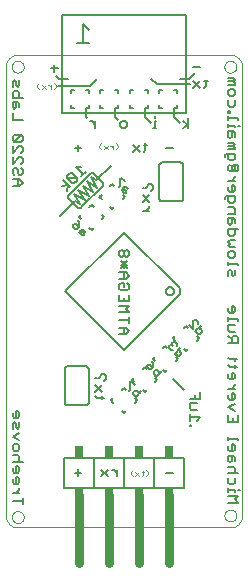
<source format=gbo>
G75*
G70*
%OFA0B0*%
%FSLAX24Y24*%
%IPPOS*%
%LPD*%
%AMOC8*
5,1,8,0,0,1.08239X$1,22.5*
%
%ADD10C,0.0000*%
%ADD11C,0.0060*%
%ADD12C,0.0040*%
%ADD13C,0.0071*%
%ADD14C,0.0050*%
%ADD15C,0.0300*%
%ADD16R,0.0300X0.0200*%
%ADD17R,0.0300X0.0400*%
%ADD18C,0.0080*%
D10*
X000529Y001425D02*
X007615Y001425D01*
X007418Y001819D02*
X007420Y001846D01*
X007426Y001873D01*
X007435Y001899D01*
X007448Y001923D01*
X007464Y001946D01*
X007483Y001965D01*
X007505Y001982D01*
X007529Y001996D01*
X007554Y002006D01*
X007581Y002013D01*
X007608Y002016D01*
X007636Y002015D01*
X007663Y002010D01*
X007689Y002002D01*
X007713Y001990D01*
X007736Y001974D01*
X007757Y001956D01*
X007774Y001935D01*
X007789Y001911D01*
X007800Y001886D01*
X007808Y001860D01*
X007812Y001833D01*
X007812Y001805D01*
X007808Y001778D01*
X007800Y001752D01*
X007789Y001727D01*
X007774Y001703D01*
X007757Y001682D01*
X007736Y001664D01*
X007714Y001648D01*
X007689Y001636D01*
X007663Y001628D01*
X007636Y001623D01*
X007608Y001622D01*
X007581Y001625D01*
X007554Y001632D01*
X007529Y001642D01*
X007505Y001656D01*
X007483Y001673D01*
X007464Y001692D01*
X007448Y001715D01*
X007435Y001739D01*
X007426Y001765D01*
X007420Y001792D01*
X007418Y001819D01*
X007615Y001425D02*
X007654Y001427D01*
X007692Y001433D01*
X007729Y001442D01*
X007766Y001455D01*
X007801Y001472D01*
X007834Y001491D01*
X007865Y001514D01*
X007894Y001540D01*
X007920Y001569D01*
X007943Y001600D01*
X007962Y001633D01*
X007979Y001668D01*
X007992Y001705D01*
X008001Y001742D01*
X008007Y001780D01*
X008009Y001819D01*
X008009Y016780D01*
X007418Y016780D02*
X007420Y016807D01*
X007426Y016834D01*
X007435Y016860D01*
X007448Y016884D01*
X007464Y016907D01*
X007483Y016926D01*
X007505Y016943D01*
X007529Y016957D01*
X007554Y016967D01*
X007581Y016974D01*
X007608Y016977D01*
X007636Y016976D01*
X007663Y016971D01*
X007689Y016963D01*
X007713Y016951D01*
X007736Y016935D01*
X007757Y016917D01*
X007774Y016896D01*
X007789Y016872D01*
X007800Y016847D01*
X007808Y016821D01*
X007812Y016794D01*
X007812Y016766D01*
X007808Y016739D01*
X007800Y016713D01*
X007789Y016688D01*
X007774Y016664D01*
X007757Y016643D01*
X007736Y016625D01*
X007714Y016609D01*
X007689Y016597D01*
X007663Y016589D01*
X007636Y016584D01*
X007608Y016583D01*
X007581Y016586D01*
X007554Y016593D01*
X007529Y016603D01*
X007505Y016617D01*
X007483Y016634D01*
X007464Y016653D01*
X007448Y016676D01*
X007435Y016700D01*
X007426Y016726D01*
X007420Y016753D01*
X007418Y016780D01*
X007615Y017174D02*
X007654Y017172D01*
X007692Y017166D01*
X007729Y017157D01*
X007766Y017144D01*
X007801Y017127D01*
X007834Y017108D01*
X007865Y017085D01*
X007894Y017059D01*
X007920Y017030D01*
X007943Y016999D01*
X007962Y016966D01*
X007979Y016931D01*
X007992Y016894D01*
X008001Y016857D01*
X008007Y016819D01*
X008009Y016780D01*
X007615Y017173D02*
X000529Y017173D01*
X000332Y016780D02*
X000334Y016807D01*
X000340Y016834D01*
X000349Y016860D01*
X000362Y016884D01*
X000378Y016907D01*
X000397Y016926D01*
X000419Y016943D01*
X000443Y016957D01*
X000468Y016967D01*
X000495Y016974D01*
X000522Y016977D01*
X000550Y016976D01*
X000577Y016971D01*
X000603Y016963D01*
X000627Y016951D01*
X000650Y016935D01*
X000671Y016917D01*
X000688Y016896D01*
X000703Y016872D01*
X000714Y016847D01*
X000722Y016821D01*
X000726Y016794D01*
X000726Y016766D01*
X000722Y016739D01*
X000714Y016713D01*
X000703Y016688D01*
X000688Y016664D01*
X000671Y016643D01*
X000650Y016625D01*
X000628Y016609D01*
X000603Y016597D01*
X000577Y016589D01*
X000550Y016584D01*
X000522Y016583D01*
X000495Y016586D01*
X000468Y016593D01*
X000443Y016603D01*
X000419Y016617D01*
X000397Y016634D01*
X000378Y016653D01*
X000362Y016676D01*
X000349Y016700D01*
X000340Y016726D01*
X000334Y016753D01*
X000332Y016780D01*
X000135Y016780D02*
X000137Y016819D01*
X000143Y016857D01*
X000152Y016894D01*
X000165Y016931D01*
X000182Y016966D01*
X000201Y016999D01*
X000224Y017030D01*
X000250Y017059D01*
X000279Y017085D01*
X000310Y017108D01*
X000343Y017127D01*
X000378Y017144D01*
X000415Y017157D01*
X000452Y017166D01*
X000490Y017172D01*
X000529Y017174D01*
X000135Y016780D02*
X000135Y001819D01*
X000137Y001780D01*
X000143Y001742D01*
X000152Y001705D01*
X000165Y001668D01*
X000182Y001633D01*
X000201Y001600D01*
X000224Y001569D01*
X000250Y001540D01*
X000279Y001514D01*
X000310Y001491D01*
X000343Y001472D01*
X000378Y001455D01*
X000415Y001442D01*
X000452Y001433D01*
X000490Y001427D01*
X000529Y001425D01*
X000332Y001770D02*
X000334Y001797D01*
X000340Y001824D01*
X000349Y001850D01*
X000362Y001874D01*
X000378Y001897D01*
X000397Y001916D01*
X000419Y001933D01*
X000443Y001947D01*
X000468Y001957D01*
X000495Y001964D01*
X000522Y001967D01*
X000550Y001966D01*
X000577Y001961D01*
X000603Y001953D01*
X000627Y001941D01*
X000650Y001925D01*
X000671Y001907D01*
X000688Y001886D01*
X000703Y001862D01*
X000714Y001837D01*
X000722Y001811D01*
X000726Y001784D01*
X000726Y001756D01*
X000722Y001729D01*
X000714Y001703D01*
X000703Y001678D01*
X000688Y001654D01*
X000671Y001633D01*
X000650Y001615D01*
X000628Y001599D01*
X000603Y001587D01*
X000577Y001579D01*
X000550Y001574D01*
X000522Y001573D01*
X000495Y001576D01*
X000468Y001583D01*
X000443Y001593D01*
X000419Y001607D01*
X000397Y001624D01*
X000378Y001643D01*
X000362Y001666D01*
X000349Y001690D01*
X000340Y001716D01*
X000334Y001743D01*
X000332Y001770D01*
D11*
X000359Y002304D02*
X000699Y002304D01*
X000699Y002191D02*
X000699Y002418D01*
X000585Y002559D02*
X000359Y002559D01*
X000472Y002559D02*
X000585Y002672D01*
X000585Y002729D01*
X000529Y002866D02*
X000585Y002923D01*
X000585Y003036D01*
X000529Y003093D01*
X000472Y003093D01*
X000472Y002866D01*
X000415Y002866D02*
X000529Y002866D01*
X000415Y002866D02*
X000359Y002923D01*
X000359Y003036D01*
X000415Y003234D02*
X000359Y003291D01*
X000359Y003404D01*
X000472Y003461D02*
X000472Y003234D01*
X000415Y003234D02*
X000529Y003234D01*
X000585Y003291D01*
X000585Y003404D01*
X000529Y003461D01*
X000472Y003461D01*
X000529Y003603D02*
X000585Y003659D01*
X000585Y003773D01*
X000529Y003829D01*
X000359Y003829D01*
X000415Y003971D02*
X000359Y004028D01*
X000359Y004141D01*
X000415Y004198D01*
X000529Y004198D01*
X000585Y004141D01*
X000585Y004028D01*
X000529Y003971D01*
X000415Y003971D01*
X000359Y003603D02*
X000699Y003603D01*
X000585Y004339D02*
X000359Y004453D01*
X000585Y004566D01*
X000529Y004707D02*
X000585Y004764D01*
X000585Y004934D01*
X000529Y005076D02*
X000585Y005133D01*
X000585Y005246D01*
X000529Y005303D01*
X000472Y005303D01*
X000472Y005076D01*
X000415Y005076D02*
X000529Y005076D01*
X000415Y005076D02*
X000359Y005133D01*
X000359Y005246D01*
X000415Y004934D02*
X000359Y004878D01*
X000359Y004707D01*
X000472Y004764D02*
X000472Y004878D01*
X000415Y004934D01*
X000472Y004764D02*
X000529Y004707D01*
X002097Y005600D02*
X002097Y006700D01*
X002099Y006717D01*
X002103Y006734D01*
X002110Y006750D01*
X002120Y006764D01*
X002133Y006777D01*
X002147Y006787D01*
X002163Y006794D01*
X002180Y006798D01*
X002197Y006800D01*
X002797Y006800D01*
X002814Y006798D01*
X002831Y006794D01*
X002847Y006787D01*
X002861Y006777D01*
X002874Y006764D01*
X002884Y006750D01*
X002891Y006734D01*
X002895Y006717D01*
X002897Y006700D01*
X002897Y005600D01*
X002895Y005583D01*
X002891Y005566D01*
X002884Y005550D01*
X002874Y005536D01*
X002861Y005523D01*
X002847Y005513D01*
X002831Y005506D01*
X002814Y005502D01*
X002797Y005500D01*
X002197Y005500D01*
X002180Y005502D01*
X002163Y005506D01*
X002147Y005513D01*
X002133Y005523D01*
X002120Y005536D01*
X002110Y005550D01*
X002103Y005566D01*
X002099Y005583D01*
X002097Y005600D01*
X002072Y003750D02*
X002072Y002750D01*
X003072Y002750D01*
X004072Y002750D01*
X005072Y002750D01*
X006072Y002750D01*
X006072Y003750D01*
X005072Y003750D01*
X005072Y002750D01*
X005476Y003246D02*
X005702Y003246D01*
X005072Y003750D02*
X004072Y003750D01*
X004072Y002750D01*
X003838Y003125D02*
X003838Y003352D01*
X003838Y003239D02*
X003725Y003352D01*
X003668Y003352D01*
X003531Y003352D02*
X003304Y003125D01*
X003531Y003125D02*
X003304Y003352D01*
X003072Y003750D02*
X003072Y002750D01*
X002651Y003246D02*
X002424Y003246D01*
X002538Y003133D02*
X002538Y003360D01*
X002072Y003750D02*
X003072Y003750D01*
X004072Y003750D01*
X004072Y005233D02*
X004001Y005304D01*
X004072Y005233D02*
X004143Y005304D01*
X004425Y005587D02*
X004496Y005657D01*
X004425Y005728D01*
X004143Y006011D02*
X004072Y006082D01*
X004001Y006011D01*
X003718Y005728D02*
X003648Y005657D01*
X003718Y005587D01*
X003398Y005745D02*
X003171Y005745D01*
X003115Y005802D01*
X003115Y005934D02*
X003341Y006161D01*
X003398Y006302D02*
X003455Y006359D01*
X003455Y006473D01*
X003398Y006529D01*
X003341Y006529D01*
X003228Y006416D01*
X003171Y006416D02*
X003115Y006416D01*
X003115Y006161D02*
X003341Y005934D01*
X003341Y005802D02*
X003341Y005689D01*
X004072Y007348D02*
X005925Y009200D01*
X005925Y009398D01*
X004072Y011251D01*
X002120Y009299D01*
X004072Y007348D01*
X004072Y007856D02*
X004072Y008083D01*
X004129Y008083D02*
X003902Y008083D01*
X003902Y007856D02*
X004129Y007856D01*
X004242Y007969D01*
X004129Y008083D01*
X004242Y008224D02*
X004242Y008451D01*
X004242Y008338D02*
X003902Y008338D01*
X003902Y008593D02*
X004242Y008593D01*
X004129Y008706D01*
X004242Y008819D01*
X003902Y008819D01*
X003902Y008961D02*
X003902Y009188D01*
X003959Y009329D02*
X003902Y009386D01*
X003902Y009499D01*
X003959Y009556D01*
X004072Y009556D01*
X004072Y009443D01*
X004186Y009556D02*
X004242Y009499D01*
X004242Y009386D01*
X004186Y009329D01*
X003959Y009329D01*
X003902Y009698D02*
X004129Y009698D01*
X004242Y009811D01*
X004129Y009924D01*
X003902Y009924D01*
X003959Y010066D02*
X004186Y010293D01*
X004186Y010179D02*
X003959Y010179D01*
X003959Y010293D02*
X004186Y010066D01*
X004072Y010066D02*
X004072Y010293D01*
X004015Y010434D02*
X004072Y010491D01*
X004072Y010604D01*
X004015Y010661D01*
X003959Y010661D01*
X003902Y010604D01*
X003902Y010491D01*
X003959Y010434D01*
X004015Y010434D01*
X004072Y010491D02*
X004129Y010434D01*
X004186Y010434D01*
X004242Y010491D01*
X004242Y010604D01*
X004186Y010661D01*
X004129Y010661D01*
X004072Y010604D01*
X004072Y009924D02*
X004072Y009698D01*
X004242Y009188D02*
X004242Y008961D01*
X003902Y008961D01*
X004072Y008961D02*
X004072Y009074D01*
X005096Y007106D02*
X005026Y007035D01*
X005096Y006965D01*
X005379Y006682D02*
X005450Y006611D01*
X005521Y006682D01*
X005803Y006965D02*
X005874Y007035D01*
X005803Y007106D01*
X006068Y007371D02*
X006139Y007300D01*
X006210Y007371D01*
X006492Y007654D02*
X006563Y007724D01*
X006492Y007795D01*
X006210Y008078D02*
X006139Y008149D01*
X006068Y008078D01*
X005785Y007795D02*
X005715Y007724D01*
X005785Y007654D01*
X005521Y007389D02*
X005450Y007460D01*
X005379Y007389D01*
X005114Y006417D02*
X005185Y006346D01*
X005114Y006276D01*
X004832Y005993D02*
X004761Y005922D01*
X004690Y005993D01*
X004690Y006700D02*
X004761Y006771D01*
X004832Y006700D01*
X004407Y006417D02*
X004337Y006346D01*
X004407Y006276D01*
X005458Y009299D02*
X005460Y009322D01*
X005466Y009345D01*
X005475Y009366D01*
X005488Y009386D01*
X005504Y009403D01*
X005522Y009417D01*
X005542Y009428D01*
X005564Y009436D01*
X005587Y009440D01*
X005611Y009440D01*
X005634Y009436D01*
X005656Y009428D01*
X005676Y009417D01*
X005694Y009403D01*
X005710Y009386D01*
X005723Y009366D01*
X005732Y009345D01*
X005738Y009322D01*
X005740Y009299D01*
X005738Y009276D01*
X005732Y009253D01*
X005723Y009232D01*
X005710Y009212D01*
X005694Y009195D01*
X005676Y009181D01*
X005656Y009170D01*
X005634Y009162D01*
X005611Y009158D01*
X005587Y009158D01*
X005564Y009162D01*
X005542Y009170D01*
X005522Y009181D01*
X005504Y009195D01*
X005488Y009212D01*
X005475Y009232D01*
X005466Y009253D01*
X005460Y009276D01*
X005458Y009299D01*
X004916Y011957D02*
X004689Y011957D01*
X004803Y011957D02*
X004916Y012070D01*
X004916Y012127D01*
X004916Y012264D02*
X004689Y012491D01*
X004689Y012264D02*
X004916Y012491D01*
X004973Y012632D02*
X005030Y012689D01*
X005030Y012802D01*
X004973Y012859D01*
X004916Y012859D01*
X004803Y012746D01*
X004746Y012746D02*
X004689Y012746D01*
X005247Y012391D02*
X005247Y013491D01*
X005249Y013508D01*
X005253Y013525D01*
X005260Y013541D01*
X005270Y013555D01*
X005283Y013568D01*
X005297Y013578D01*
X005313Y013585D01*
X005330Y013589D01*
X005347Y013591D01*
X005947Y013591D01*
X005964Y013589D01*
X005981Y013585D01*
X005997Y013578D01*
X006011Y013568D01*
X006024Y013555D01*
X006034Y013541D01*
X006041Y013525D01*
X006045Y013508D01*
X006047Y013491D01*
X006047Y012391D01*
X006045Y012374D01*
X006041Y012357D01*
X006034Y012341D01*
X006024Y012327D01*
X006011Y012314D01*
X005997Y012304D01*
X005981Y012297D01*
X005964Y012293D01*
X005947Y012291D01*
X005347Y012291D01*
X005330Y012293D01*
X005313Y012297D01*
X005297Y012304D01*
X005283Y012314D01*
X005270Y012327D01*
X005260Y012341D01*
X005253Y012357D01*
X005249Y012374D01*
X005247Y012391D01*
X004728Y013952D02*
X004784Y014009D01*
X004784Y014236D01*
X004728Y014179D02*
X004841Y014179D01*
X004595Y014179D02*
X004369Y013952D01*
X004595Y013952D02*
X004369Y014179D01*
X004120Y014739D02*
X004177Y014796D01*
X004177Y014910D01*
X004120Y014966D01*
X004007Y014966D01*
X003950Y014910D01*
X003950Y014796D01*
X004007Y014739D01*
X004120Y014739D01*
X004264Y015397D02*
X004364Y015397D01*
X004264Y015397D02*
X004264Y015497D01*
X004264Y015897D02*
X004264Y015997D01*
X004364Y015997D01*
X004764Y015997D02*
X004864Y015997D01*
X004864Y015897D01*
X004864Y015497D02*
X004864Y015397D01*
X004764Y015397D01*
X005036Y014739D02*
X005149Y014739D01*
X005092Y014739D02*
X005092Y014966D01*
X005149Y014966D01*
X005092Y015080D02*
X005092Y015136D01*
X005248Y015397D02*
X005348Y015397D01*
X005248Y015397D02*
X005248Y015497D01*
X005248Y015897D02*
X005248Y015997D01*
X005348Y015997D01*
X005748Y015997D02*
X005848Y015997D01*
X005848Y015897D01*
X005848Y015497D02*
X005848Y015397D01*
X005748Y015397D01*
X006043Y014966D02*
X006213Y014853D01*
X006043Y014739D01*
X006213Y014739D02*
X006213Y015080D01*
X006386Y016068D02*
X006613Y016295D01*
X006613Y016068D02*
X006386Y016295D01*
X006361Y016780D02*
X006588Y016780D01*
X006802Y016352D02*
X006802Y016125D01*
X006745Y016068D01*
X006745Y016295D02*
X006859Y016295D01*
X007544Y016289D02*
X007714Y016289D01*
X007771Y016346D01*
X007714Y016403D01*
X007544Y016403D01*
X007544Y016176D02*
X007771Y016176D01*
X007771Y016232D01*
X007714Y016289D01*
X007714Y016034D02*
X007600Y016034D01*
X007544Y015978D01*
X007544Y015864D01*
X007600Y015807D01*
X007714Y015807D01*
X007771Y015864D01*
X007771Y015978D01*
X007714Y016034D01*
X007771Y015666D02*
X007771Y015496D01*
X007714Y015439D01*
X007600Y015439D01*
X007544Y015496D01*
X007544Y015666D01*
X007544Y015312D02*
X007544Y015255D01*
X007600Y015255D01*
X007600Y015312D01*
X007544Y015312D01*
X007544Y015123D02*
X007544Y015009D01*
X007544Y015066D02*
X007884Y015066D01*
X007884Y015009D01*
X007884Y014821D02*
X007941Y014821D01*
X007771Y014821D02*
X007544Y014821D01*
X007544Y014877D02*
X007544Y014764D01*
X007544Y014622D02*
X007544Y014452D01*
X007600Y014396D01*
X007657Y014452D01*
X007657Y014622D01*
X007714Y014622D02*
X007544Y014622D01*
X007714Y014622D02*
X007771Y014566D01*
X007771Y014452D01*
X007714Y014254D02*
X007544Y014254D01*
X007544Y014141D02*
X007714Y014141D01*
X007771Y014197D01*
X007714Y014254D01*
X007714Y014141D02*
X007771Y014084D01*
X007771Y014027D01*
X007544Y014027D01*
X007544Y013886D02*
X007544Y013716D01*
X007600Y013659D01*
X007714Y013659D01*
X007771Y013716D01*
X007771Y013886D01*
X007487Y013886D01*
X007430Y013829D01*
X007430Y013772D01*
X007600Y013517D02*
X007544Y013461D01*
X007544Y013347D01*
X007600Y013291D01*
X007827Y013291D01*
X007884Y013347D01*
X007884Y013461D01*
X007827Y013517D01*
X007714Y013517D01*
X007657Y013461D01*
X007771Y013461D01*
X007771Y013347D01*
X007657Y013347D01*
X007657Y013461D01*
X007771Y013154D02*
X007771Y013097D01*
X007657Y012984D01*
X007544Y012984D02*
X007771Y012984D01*
X007714Y012842D02*
X007657Y012842D01*
X007657Y012615D01*
X007600Y012615D02*
X007714Y012615D01*
X007771Y012672D01*
X007771Y012785D01*
X007714Y012842D01*
X007544Y012672D02*
X007600Y012615D01*
X007544Y012672D02*
X007544Y012785D01*
X007544Y012474D02*
X007544Y012304D01*
X007600Y012247D01*
X007714Y012247D01*
X007771Y012304D01*
X007771Y012474D01*
X007487Y012474D01*
X007430Y012417D01*
X007430Y012360D01*
X007544Y012106D02*
X007714Y012106D01*
X007771Y012049D01*
X007771Y011879D01*
X007544Y011879D01*
X007544Y011737D02*
X007544Y011567D01*
X007600Y011510D01*
X007657Y011567D01*
X007657Y011737D01*
X007714Y011737D02*
X007544Y011737D01*
X007714Y011737D02*
X007771Y011681D01*
X007771Y011567D01*
X007771Y011369D02*
X007771Y011199D01*
X007714Y011142D01*
X007600Y011142D01*
X007544Y011199D01*
X007544Y011369D01*
X007884Y011369D01*
X007771Y011001D02*
X007600Y011001D01*
X007544Y010944D01*
X007600Y010887D01*
X007544Y010830D01*
X007600Y010774D01*
X007771Y010774D01*
X007714Y010632D02*
X007771Y010576D01*
X007771Y010462D01*
X007714Y010405D01*
X007600Y010405D01*
X007544Y010462D01*
X007544Y010576D01*
X007600Y010632D01*
X007714Y010632D01*
X007544Y010273D02*
X007544Y010160D01*
X007544Y010217D02*
X007884Y010217D01*
X007884Y010160D01*
X007771Y010018D02*
X007771Y009848D01*
X007714Y009792D01*
X007657Y009848D01*
X007657Y009962D01*
X007600Y010018D01*
X007544Y009962D01*
X007544Y009792D01*
X007657Y008793D02*
X007657Y008566D01*
X007600Y008566D02*
X007714Y008566D01*
X007771Y008623D01*
X007771Y008736D01*
X007714Y008793D01*
X007657Y008793D01*
X007544Y008736D02*
X007544Y008623D01*
X007600Y008566D01*
X007544Y008434D02*
X007544Y008321D01*
X007544Y008377D02*
X007884Y008377D01*
X007884Y008321D01*
X007771Y008179D02*
X007544Y008179D01*
X007544Y008009D01*
X007600Y007952D01*
X007771Y007952D01*
X007827Y007811D02*
X007714Y007811D01*
X007657Y007754D01*
X007657Y007584D01*
X007657Y007698D02*
X007544Y007811D01*
X007544Y007584D02*
X007884Y007584D01*
X007884Y007754D01*
X007827Y007811D01*
X007771Y007084D02*
X007771Y006970D01*
X007827Y007027D02*
X007600Y007027D01*
X007544Y007084D01*
X007544Y006838D02*
X007600Y006781D01*
X007827Y006781D01*
X007771Y006725D02*
X007771Y006838D01*
X007714Y006583D02*
X007657Y006583D01*
X007657Y006356D01*
X007600Y006356D02*
X007714Y006356D01*
X007771Y006413D01*
X007771Y006527D01*
X007714Y006583D01*
X007544Y006413D02*
X007600Y006356D01*
X007544Y006413D02*
X007544Y006527D01*
X007771Y006163D02*
X007657Y006049D01*
X007544Y006049D02*
X007771Y006049D01*
X007771Y006163D02*
X007771Y006220D01*
X007714Y005908D02*
X007657Y005908D01*
X007657Y005681D01*
X007600Y005681D02*
X007714Y005681D01*
X007771Y005738D01*
X007771Y005851D01*
X007714Y005908D01*
X007544Y005738D02*
X007600Y005681D01*
X007544Y005738D02*
X007544Y005851D01*
X007771Y005540D02*
X007544Y005426D01*
X007771Y005313D01*
X007714Y005058D02*
X007714Y004945D01*
X007884Y004945D02*
X007544Y004945D01*
X007544Y005171D01*
X007544Y004444D02*
X007544Y004331D01*
X007544Y004387D02*
X007884Y004387D01*
X007884Y004331D01*
X007714Y004189D02*
X007771Y004132D01*
X007771Y004019D01*
X007714Y003962D01*
X007600Y003962D01*
X007544Y004019D01*
X007544Y004132D01*
X007657Y004189D02*
X007657Y003962D01*
X007657Y003821D02*
X007657Y003651D01*
X007600Y003594D01*
X007544Y003651D01*
X007544Y003821D01*
X007714Y003821D01*
X007771Y003764D01*
X007771Y003651D01*
X007714Y003453D02*
X007544Y003453D01*
X007544Y003226D02*
X007884Y003226D01*
X007771Y003282D02*
X007771Y003396D01*
X007714Y003453D01*
X007771Y003282D02*
X007714Y003226D01*
X007771Y003084D02*
X007771Y002914D01*
X007714Y002857D01*
X007600Y002857D01*
X007544Y002914D01*
X007544Y003084D01*
X007544Y002725D02*
X007544Y002612D01*
X007544Y002669D02*
X007771Y002669D01*
X007771Y002612D01*
X007884Y002669D02*
X007941Y002669D01*
X007884Y002470D02*
X007544Y002470D01*
X007544Y002244D02*
X007884Y002244D01*
X007771Y002357D01*
X007884Y002470D01*
X007714Y004189D02*
X007657Y004189D01*
X007884Y004945D02*
X007884Y005171D01*
X006601Y005090D02*
X006261Y005090D01*
X006261Y005203D02*
X006261Y004976D01*
X006261Y004849D02*
X006261Y004792D01*
X006318Y004792D01*
X006318Y004849D01*
X006261Y004849D01*
X006488Y004976D02*
X006601Y005090D01*
X006488Y005345D02*
X006318Y005345D01*
X006261Y005401D01*
X006261Y005571D01*
X006488Y005571D01*
X006431Y005713D02*
X006431Y005826D01*
X006261Y005713D02*
X006601Y005713D01*
X006601Y005940D01*
X003678Y012025D02*
X003749Y012095D01*
X003678Y012025D02*
X003608Y012095D01*
X003343Y011831D02*
X003414Y011760D01*
X003343Y011689D01*
X003060Y011406D02*
X002989Y011336D01*
X002919Y011406D01*
X002636Y011689D02*
X002565Y011760D01*
X002636Y011831D01*
X002919Y012113D02*
X002989Y012184D01*
X003060Y012113D01*
X003325Y012378D02*
X003254Y012449D01*
X003325Y012520D01*
X003608Y012802D02*
X003678Y012873D01*
X003749Y012802D01*
X004032Y012520D02*
X004102Y012449D01*
X004032Y012378D01*
X003113Y014739D02*
X003113Y014966D01*
X003113Y014853D02*
X002999Y014966D01*
X002943Y014966D01*
X002896Y015397D02*
X002796Y015397D01*
X002896Y015397D02*
X002896Y015497D01*
X002896Y015897D02*
X002896Y015997D01*
X002796Y015997D01*
X002396Y015997D02*
X002296Y015997D01*
X002296Y015897D01*
X002296Y015497D02*
X002296Y015397D01*
X002396Y015397D01*
X002538Y014186D02*
X002538Y013960D01*
X002651Y014073D02*
X002424Y014073D01*
X002478Y013446D02*
X002719Y013205D01*
X002799Y013285D02*
X002639Y013125D01*
X002499Y013065D02*
X002499Y012985D01*
X002418Y012905D01*
X002338Y012905D01*
X002178Y013065D01*
X002499Y013065D01*
X002338Y013226D01*
X002258Y013226D01*
X002178Y013145D01*
X002178Y013065D01*
X002038Y013005D02*
X002278Y012765D01*
X002198Y012845D02*
X002158Y012644D01*
X002198Y012845D02*
X001998Y012805D01*
X002478Y013446D02*
X002639Y013446D01*
X003280Y015397D02*
X003380Y015397D01*
X003280Y015397D02*
X003280Y015497D01*
X003280Y015897D02*
X003280Y015997D01*
X003380Y015997D01*
X003780Y015997D02*
X003880Y015997D01*
X003880Y015897D01*
X003880Y015497D02*
X003880Y015397D01*
X003780Y015397D01*
X005476Y014073D02*
X005702Y014073D01*
X007771Y014764D02*
X007771Y014821D01*
X001864Y016730D02*
X001637Y016730D01*
X001750Y016617D02*
X001750Y016844D01*
X000699Y015749D02*
X000359Y015749D01*
X000359Y015919D01*
X000415Y015976D01*
X000529Y015976D01*
X000585Y015919D01*
X000585Y015749D01*
X000529Y015608D02*
X000359Y015608D01*
X000359Y015438D01*
X000415Y015381D01*
X000472Y015438D01*
X000472Y015608D01*
X000529Y015608D02*
X000585Y015551D01*
X000585Y015438D01*
X000699Y015012D02*
X000359Y015012D01*
X000359Y015239D01*
X000415Y014503D02*
X000359Y014446D01*
X000359Y014333D01*
X000415Y014276D01*
X000642Y014503D01*
X000415Y014503D01*
X000415Y014276D02*
X000642Y014276D01*
X000699Y014333D01*
X000699Y014446D01*
X000642Y014503D01*
X000642Y014134D02*
X000699Y014078D01*
X000699Y013964D01*
X000642Y013908D01*
X000642Y013766D02*
X000699Y013709D01*
X000699Y013596D01*
X000642Y013539D01*
X000642Y013398D02*
X000699Y013341D01*
X000699Y013228D01*
X000642Y013171D01*
X000585Y013171D01*
X000529Y013228D01*
X000529Y013341D01*
X000472Y013398D01*
X000415Y013398D01*
X000359Y013341D01*
X000359Y013228D01*
X000415Y013171D01*
X000359Y013029D02*
X000585Y013029D01*
X000699Y012916D01*
X000585Y012803D01*
X000359Y012803D01*
X000529Y012803D02*
X000529Y013029D01*
X000359Y013539D02*
X000585Y013766D01*
X000642Y013766D01*
X000359Y013908D02*
X000585Y014134D01*
X000642Y014134D01*
X000359Y014134D02*
X000359Y013908D01*
X000359Y013766D02*
X000359Y013539D01*
X000359Y016117D02*
X000359Y016288D01*
X000415Y016344D01*
X000472Y016288D01*
X000472Y016174D01*
X000529Y016117D01*
X000585Y016174D01*
X000585Y016344D01*
D12*
X001174Y016173D02*
X001241Y016240D01*
X001174Y016173D02*
X001174Y016106D01*
X001241Y016040D01*
X001329Y016040D02*
X001462Y016173D01*
X001546Y016173D02*
X001580Y016173D01*
X001646Y016106D01*
X001646Y016040D02*
X001646Y016173D01*
X001727Y016240D02*
X001794Y016173D01*
X001794Y016106D01*
X001727Y016040D01*
X001462Y016040D02*
X001329Y016173D01*
X003241Y014155D02*
X003308Y014222D01*
X003241Y014155D02*
X003241Y014089D01*
X003308Y014022D01*
X003396Y014022D02*
X003529Y014155D01*
X003529Y014022D02*
X003396Y014155D01*
X003613Y014155D02*
X003646Y014155D01*
X003713Y014089D01*
X003713Y014155D02*
X003713Y014022D01*
X003794Y014022D02*
X003860Y014089D01*
X003860Y014155D01*
X003794Y014222D01*
X004360Y003346D02*
X004293Y003280D01*
X004293Y003213D01*
X004360Y003146D01*
X004447Y003146D02*
X004581Y003280D01*
X004661Y003280D02*
X004728Y003280D01*
X004695Y003313D02*
X004695Y003179D01*
X004661Y003146D01*
X004581Y003146D02*
X004447Y003280D01*
X004809Y003346D02*
X004876Y003280D01*
X004876Y003213D01*
X004809Y003146D01*
D13*
X004958Y014909D02*
X004761Y015106D01*
X004761Y015402D01*
X005155Y016189D02*
X004958Y016386D01*
X005155Y016189D02*
X006286Y016189D01*
X006237Y016386D02*
X006434Y016583D01*
X006237Y016386D02*
X005942Y016386D01*
X005745Y015402D02*
X005745Y015106D01*
X005942Y014909D01*
X003875Y015008D02*
X003777Y015106D01*
X003777Y015402D01*
X002940Y016140D02*
X003186Y016386D01*
X002940Y016140D02*
X001857Y016140D01*
X001907Y016386D02*
X001808Y016484D01*
X001907Y016386D02*
X002202Y016386D01*
X002792Y015402D02*
X002792Y015106D01*
X002842Y015057D01*
D14*
X003633Y013486D02*
X003140Y012994D01*
X002966Y013098D01*
X003175Y012750D01*
X002827Y012959D01*
X003036Y012611D01*
X002688Y012820D01*
X002897Y012472D01*
X002549Y012680D01*
X002758Y012332D01*
X002410Y012541D01*
X002618Y012193D01*
X002444Y012298D01*
X001952Y011805D01*
X002513Y012090D02*
X002237Y012366D01*
X002236Y012366D02*
X002225Y012380D01*
X002216Y012395D01*
X002210Y012411D01*
X002207Y012428D01*
X002207Y012446D01*
X002210Y012463D01*
X002216Y012479D01*
X002225Y012494D01*
X002236Y012508D01*
X002237Y012508D02*
X002930Y013201D01*
X002930Y013202D02*
X002944Y013213D01*
X002959Y013222D01*
X002975Y013228D01*
X002992Y013231D01*
X003010Y013231D01*
X003027Y013228D01*
X003043Y013222D01*
X003058Y013213D01*
X003072Y013202D01*
X003072Y013201D02*
X003348Y012925D01*
X003359Y012911D01*
X003368Y012896D01*
X003374Y012880D01*
X003377Y012863D01*
X003377Y012845D01*
X003374Y012828D01*
X003368Y012812D01*
X003359Y012797D01*
X003348Y012783D01*
X003348Y012784D02*
X002654Y012090D01*
X002655Y012090D02*
X002641Y012079D01*
X002626Y012070D01*
X002610Y012064D01*
X002593Y012061D01*
X002575Y012061D01*
X002558Y012064D01*
X002542Y012070D01*
X002527Y012079D01*
X002513Y012090D01*
X002546Y011656D02*
X002578Y011560D01*
X002578Y011433D01*
X002482Y011529D01*
X002419Y011529D01*
X002387Y011497D01*
X002387Y011433D01*
X002451Y011369D01*
X002514Y011369D01*
X002578Y011433D01*
X002659Y011352D02*
X002563Y011257D01*
X002659Y011161D01*
X002723Y011161D01*
X002723Y011225D01*
X002627Y011320D01*
X002659Y011352D02*
X002723Y011352D01*
X002786Y011288D01*
X003910Y012765D02*
X003941Y012797D01*
X003941Y013051D01*
X003973Y013083D01*
X004101Y012956D01*
X004086Y012779D02*
X003991Y012684D01*
X004086Y012588D01*
X004150Y012588D01*
X004150Y012652D01*
X004054Y012747D01*
X004086Y012779D02*
X004150Y012779D01*
X004213Y012716D01*
X006243Y008168D02*
X006370Y008040D01*
X006370Y008295D01*
X006402Y008327D01*
X006466Y008327D01*
X006529Y008263D01*
X006529Y008200D01*
X006579Y008087D02*
X006674Y007991D01*
X006674Y007928D01*
X006610Y007864D01*
X006547Y007864D01*
X006451Y007959D01*
X006642Y008150D01*
X005953Y007412D02*
X005762Y007221D01*
X005858Y007126D01*
X005921Y007126D01*
X005985Y007189D01*
X005985Y007253D01*
X005890Y007349D01*
X005840Y007461D02*
X005840Y007525D01*
X005777Y007589D01*
X005713Y007589D01*
X005681Y007557D01*
X005681Y007493D01*
X005618Y007493D01*
X005586Y007461D01*
X005586Y007398D01*
X005649Y007334D01*
X005713Y007334D01*
X005713Y007461D02*
X005681Y007493D01*
X005342Y006645D02*
X005151Y006454D01*
X005056Y006550D01*
X005056Y006613D01*
X005120Y006677D01*
X005183Y006677D01*
X005279Y006581D01*
X005039Y006758D02*
X004943Y006853D01*
X004879Y006853D01*
X004848Y006822D01*
X004848Y006758D01*
X004911Y006694D01*
X004975Y006694D01*
X005039Y006758D01*
X005039Y006885D01*
X005007Y006981D01*
X004318Y006292D02*
X004445Y006164D01*
X004431Y005988D02*
X004494Y005988D01*
X004590Y005892D01*
X004654Y005956D02*
X004462Y005765D01*
X004367Y005861D01*
X004367Y005924D01*
X004431Y005988D01*
X004286Y006005D02*
X004286Y006260D01*
X004318Y006292D01*
X004286Y006005D02*
X004254Y005973D01*
X002920Y017582D02*
X002513Y017582D01*
X002717Y017582D02*
X002717Y018192D01*
X002920Y017989D01*
D15*
X002572Y002500D02*
X002572Y000250D01*
X003572Y000250D02*
X003572Y002500D01*
X004572Y002500D02*
X004572Y000250D01*
X005572Y000250D02*
X005572Y002500D01*
D16*
X005572Y002650D03*
X004572Y002650D03*
X003572Y002650D03*
X002572Y002650D03*
D17*
X002572Y003950D03*
X003572Y003950D03*
X004572Y003950D03*
X005572Y003950D03*
D18*
X006061Y006013D02*
X005707Y006367D01*
X006123Y015246D02*
X002021Y015246D01*
X002021Y018510D01*
X006123Y018510D01*
X006123Y015246D01*
M02*

</source>
